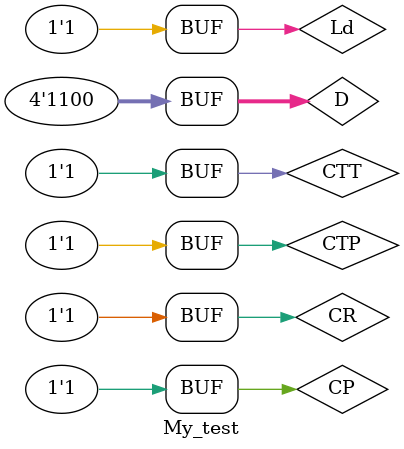
<source format=v>
`timescale 1ns / 1ps


module My_test;

	// Inputs
	reg CR;
	reg Ld;
	reg CTP;
	reg CTT;
	reg CP;
	reg [3:0] D;

	// Outputs
	wire CO;
	wire [3:0] Q;

	// Instantiate the Unit Under Test (UUT)
	My74LS161 uut (
		.CR(CR), 
		.Ld(Ld), 
		.CTP(CTP), 
		.CTT(CTT), 
		.CP(CP), 
		.D(D), 
		.CO(CO), 
		.Q(Q)
	);

	initial begin
		CR = 0;
		D = 0;
		CTP = 0;
		CTT = 0;
		Ld = 0;

		#100;
		CR = 1;
		Ld = 1;
		D = 4'b1100;
		CTT = 0;
		CTP = 0;
		#30 CR = 0;
		#20 CR = 1;
		#10 Ld = 0;
		#30 CTT = 1;
		CTP = 1;
		#10 Ld = 1;

		#510;
		CR = 0;
		#20 CR = 1;
		#500;
	end
	always begin
		CP=0;#20;
		CP=1;#20;
	end
      
endmodule


</source>
